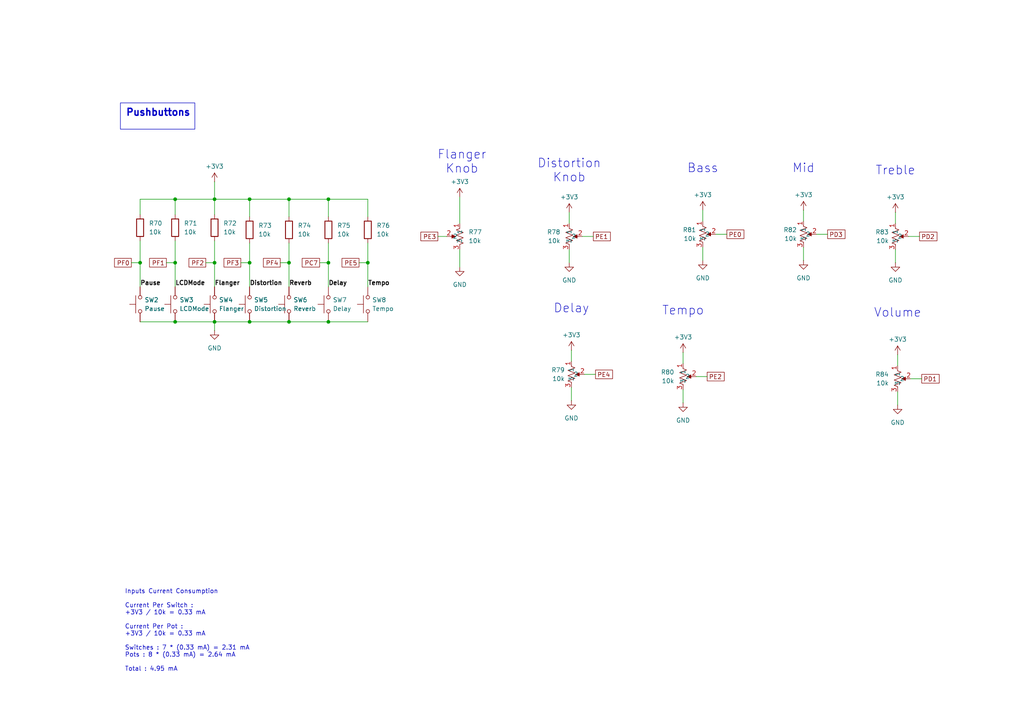
<source format=kicad_sch>
(kicad_sch (version 20250114) (generator "eeschema") (generator_version "9.0")
  (paper "A4")
  (title_block (title "ECE 445L Lab7") (date "2025-10-31") (rev "v1.0.0") (company "The University of Texas at Austin") (comment 1 "Drawn By Ashton Knecht - atk836"))
  (lib_symbols
    (symbol "Device:R" (pin_numbers (hide yes)) (pin_names (offset 0))
      (property "Reference" "R" (at 2.032 0 90))
      (property "Value" "R" (at 0 0 90))
      (symbol "R_0_1"
        (rectangle (start -1.016 -2.54) (end 1.016 2.54) (stroke (width 0.254)))
      )
      (symbol "R_1_1"
        (pin passive line (at 0 3.81 270) (length 1.27) (name "~") (number "1"))
        (pin passive line (at 0 -3.81 90) (length 1.27) (name "~") (number "2"))
      )
    )
    (symbol "ECE445L:Potentiometer"
      (property "Reference" "R" (at 0 0 0))
      (property "Value" "10k" (at 0 0 0))
      (symbol "Potentiometer_0_1"
        (polyline (pts (xy 1.905 2.54) (xy 1.905 2.286)))
        (polyline (pts (xy 1.905 2.286) (xy 2.921 1.905) (xy 1.905 1.524) (xy 0.889 1.143) (xy 1.905 0.762)))
        (polyline (pts (xy 1.905 0.762) (xy 2.921 0.381) (xy 1.905 0) (xy 0.889 -0.381) (xy 1.905 -0.762)))
        (polyline (pts (xy 1.905 -0.762) (xy 2.921 -1.143) (xy 1.905 -1.524) (xy 0.889 -1.905) (xy 1.905 -2.286)))
        (polyline (pts (xy 1.905 -2.286) (xy 1.905 -2.54)))
        (polyline (pts (xy 3.048 0) (xy 4.191 0.508) (xy 4.191 -0.508) (xy 3.048 0)) (fill (type outline)))
        (polyline (pts (xy 4.445 0) (xy 3.429 0)))
      )
      (symbol "Potentiometer_1_1"
        (pin passive line (at 1.905 3.81 270) (length 1.27) (name "1") (number "1"))
        (pin passive line (at 1.905 -3.81 90) (length 1.27) (name "3") (number "3"))
        (pin passive line (at 5.715 0 180) (length 1.27) (name "2") (number "2"))
      )
    )
    (symbol "ECE445L:SW_Push" (pin_numbers (hide yes)) (pin_names (offset 1.016) (hide yes))
      (property "Reference" "SW101" (at 1.27 -1.27 90))
      (property "Value" "UP" (at -1.27 -1.27 90))
      (symbol "SW_Push_0_1"
        (circle (center -2.032 0) (radius 0.508))
        (polyline (pts (xy 0 1.27) (xy 0 3.048)))
        (circle (center 2.032 0) (radius 0.508))
        (polyline (pts (xy 2.54 1.27) (xy -2.54 1.27)))
        (pin passive line (at -5.08 0 0) (length 2.54) (name "1") (number "1"))
        (pin passive line (at 5.08 0 180) (length 2.54) (name "2") (number "2"))
      )
    )
    (symbol "power:+3V3" (power) (pin_numbers (hide yes)) (pin_names (offset 0) (hide yes))
      (property "Value" "+3V3" (at 0 3.556 0))
      (symbol "+3V3_0_1"
        (polyline (pts (xy -0.762 1.27) (xy 0 2.54)))
        (polyline (pts (xy 0 2.54) (xy 0.762 1.27)))
        (polyline (pts (xy 0 0) (xy 0 2.54)))
      )
      (symbol "+3V3_1_1"
        (pin power_in line (at 0 0 90) (length 0) (name "~") (number "1"))
      )
    )
    (symbol "power:GND" (power) (pin_numbers (hide yes)) (pin_names (offset 0) (hide yes))
      (property "Value" "GND" (at 0 -3.81 0))
      (symbol "GND_0_1"
        (polyline (pts (xy 0 0) (xy 0 -1.27) (xy 1.27 -1.27) (xy 0 -2.54) (xy -1.27 -1.27) (xy 0 -1.27)))
      )
      (symbol "GND_1_1"
        (pin power_in line (at 0 0 270) (length 0) (name "~") (number "1"))
      )
    )
  )
  (text "Inputs Current Consumption\n\nCurrent Per Switch :\n+3V3 / 10k = 0.33 mA\n\nCurrent Per Pot :\n+3V3 / 10k = 0.33 mA\n\nSwitches : 7 * (0.33 mA) = 2.31 mA\nPots : 8 * (0.33 mA) = 2.64 mA\n\nTotal : 4.95 mA" (at 36.195 182.88 0) (effects (font (size 1.27 1.27)) (justify left)))
  (text "Mid" (at 233.045 48.895 0) (effects (font (size 2.54 2.54))))
  (text "Distortion\nKnob" (at 165.1 49.53 0) (effects (font (size 2.54 2.54))))
  (text "Tempo" (at 198.12 90.17 0) (effects (font (size 2.54 2.54))))
  (text "Volume" (at 260.35 90.805 0) (effects (font (size 2.54 2.54))))
  (text "Treble" (at 259.715 49.53 0) (effects (font (size 2.54 2.54))))
  (text "Flanger\nKnob" (at 133.985 46.99 0) (effects (font (size 2.54 2.54))))
  (text "Delay" (at 165.735 89.535 0) (effects (font (size 2.54 2.54))))
  (text "Bass" (at 203.835 48.895 0) (effects (font (size 2.54 2.54))))
  (text_box "Pushbuttons" (at 34.925 29.845 0) (size 21.59 7.62) (margins 1.5 1.5 1.5 1.5) (effects (font (size 2 2) (thickness 0.4) (bold yes)) (justify left top)))
  (junction (at 95.25 76.2))
  (junction (at 83.82 93.345))
  (junction (at 50.8 93.345))
  (junction (at 40.64 76.2))
  (junction (at 72.39 93.345))
  (junction (at 83.82 76.2))
  (junction (at 72.39 76.2))
  (junction (at 83.82 57.785))
  (junction (at 50.8 76.2))
  (junction (at 62.23 93.345))
  (junction (at 106.68 76.2))
  (junction (at 62.23 76.2))
  (junction (at 95.25 93.345))
  (junction (at 72.39 57.785))
  (junction (at 62.23 57.785))
  (junction (at 95.25 57.785))
  (junction (at 50.8 57.785))
  (wire (pts (xy 83.82 93.345) (xy 95.25 93.345)))
  (wire (pts (xy 38.1 76.2) (xy 40.64 76.2)))
  (wire (pts (xy 50.8 57.785) (xy 50.8 62.23)))
  (wire (pts (xy 260.35 102.87) (xy 260.35 106.045)))
  (wire (pts (xy 165.735 112.395) (xy 165.735 116.205)))
  (wire (pts (xy 263.525 68.58) (xy 266.7 68.58)))
  (wire (pts (xy 106.68 57.785) (xy 95.25 57.785)))
  (wire (pts (xy 92.71 76.2) (xy 95.25 76.2)))
  (wire (pts (xy 62.23 57.785) (xy 72.39 57.785)))
  (wire (pts (xy 264.16 109.855) (xy 267.335 109.855)))
  (wire (pts (xy 165.1 72.39) (xy 165.1 76.2)))
  (wire (pts (xy 133.35 72.39) (xy 133.35 77.47)))
  (wire (pts (xy 259.715 72.39) (xy 259.715 76.2)))
  (wire (pts (xy 72.39 76.2) (xy 72.39 83.185)))
  (wire (pts (xy 62.23 52.705) (xy 62.23 57.785)))
  (wire (pts (xy 50.8 69.85) (xy 50.8 76.2)))
  (wire (pts (xy 83.82 76.2) (xy 83.82 83.185)))
  (wire (pts (xy 50.8 76.2) (xy 50.8 83.185)))
  (wire (pts (xy 168.91 68.58) (xy 172.085 68.58)))
  (wire (pts (xy 62.23 57.785) (xy 62.23 62.23)))
  (wire (pts (xy 72.39 70.485) (xy 72.39 76.2)))
  (wire (pts (xy 203.835 60.96) (xy 203.835 64.135)))
  (wire (pts (xy 236.855 67.945) (xy 240.03 67.945)))
  (wire (pts (xy 133.35 57.15) (xy 133.35 64.77)))
  (wire (pts (xy 95.25 57.785) (xy 83.82 57.785)))
  (wire (pts (xy 198.12 113.03) (xy 198.12 116.84)))
  (wire (pts (xy 95.25 76.2) (xy 95.25 83.185)))
  (wire (pts (xy 62.23 76.2) (xy 62.23 83.185)))
  (wire (pts (xy 203.835 71.755) (xy 203.835 75.565)))
  (wire (pts (xy 62.23 93.345) (xy 62.23 95.885)))
  (wire (pts (xy 207.645 67.945) (xy 210.82 67.945)))
  (wire (pts (xy 201.93 109.22) (xy 205.105 109.22)))
  (wire (pts (xy 40.64 76.2) (xy 40.64 83.185)))
  (wire (pts (xy 72.39 57.785) (xy 72.39 62.865)))
  (wire (pts (xy 59.69 76.2) (xy 62.23 76.2)))
  (wire (pts (xy 127 68.58) (xy 129.54 68.58)))
  (wire (pts (xy 165.735 101.6) (xy 165.735 104.775)))
  (wire (pts (xy 233.045 60.96) (xy 233.045 64.135)))
  (wire (pts (xy 62.23 93.345) (xy 72.39 93.345)))
  (wire (pts (xy 40.64 69.85) (xy 40.64 76.2)))
  (wire (pts (xy 233.045 71.755) (xy 233.045 75.565)))
  (wire (pts (xy 83.82 70.485) (xy 83.82 76.2)))
  (wire (pts (xy 259.715 61.595) (xy 259.715 64.77)))
  (wire (pts (xy 106.68 76.2) (xy 106.68 83.185)))
  (wire (pts (xy 81.28 76.2) (xy 83.82 76.2)))
  (wire (pts (xy 83.82 57.785) (xy 83.82 62.865)))
  (wire (pts (xy 260.35 113.665) (xy 260.35 117.475)))
  (wire (pts (xy 72.39 93.345) (xy 83.82 93.345)))
  (wire (pts (xy 95.25 93.345) (xy 106.68 93.345)))
  (wire (pts (xy 48.26 76.2) (xy 50.8 76.2)))
  (wire (pts (xy 95.25 70.485) (xy 95.25 76.2)))
  (wire (pts (xy 62.23 69.85) (xy 62.23 76.2)))
  (wire (pts (xy 106.68 62.865) (xy 106.68 57.785)))
  (wire (pts (xy 104.14 76.2) (xy 106.68 76.2)))
  (wire (pts (xy 69.85 76.2) (xy 72.39 76.2)))
  (wire (pts (xy 198.12 102.235) (xy 198.12 105.41)))
  (wire (pts (xy 50.8 57.785) (xy 62.23 57.785)))
  (wire (pts (xy 106.68 70.485) (xy 106.68 76.2)))
  (wire (pts (xy 40.64 57.785) (xy 50.8 57.785)))
  (wire (pts (xy 169.545 108.585) (xy 172.72 108.585)))
  (wire (pts (xy 40.64 62.23) (xy 40.64 57.785)))
  (wire (pts (xy 40.64 93.345) (xy 50.8 93.345)))
  (wire (pts (xy 72.39 57.785) (xy 83.82 57.785)))
  (wire (pts (xy 50.8 93.345) (xy 62.23 93.345)))
  (wire (pts (xy 95.25 62.865) (xy 95.25 57.785)))
  (wire (pts (xy 165.1 61.595) (xy 165.1 64.77)))
  (label "Tempo" (at 106.68 83.185 0) (effects (font (bold yes))))
  (label "Distortion" (at 72.39 83.185 0) (effects (font (bold yes))))
  (label "Reverb" (at 83.82 83.185 0) (effects (font (bold yes))))
  (label "LCDMode" (at 50.8 83.185 0) (effects (font (bold yes))))
  (label "Flanger" (at 62.23 83.185 0) (effects (font (bold yes))))
  (label "Pause" (at 40.64 83.185 0) (effects (font (bold yes))))
  (label "Delay" (at 95.25 83.185 0) (effects (font (bold yes))))
  (global_label "PE2" (shape passive) (at 205.105 109.22 0) (property "Intersheetrefs" "${INTERSHEET_REFS}" (effects (hide yes))))
  (global_label "PF2" (shape passive) (at 59.69 76.2 180) (property "Intersheetrefs" "${INTERSHEET_REFS}" (effects (hide yes))))
  (global_label "PE5" (shape passive) (at 104.14 76.2 180) (property "Intersheetrefs" "${INTERSHEET_REFS}" (effects (hide yes))))
  (global_label "PC7" (shape passive) (at 92.71 76.2 180) (property "Intersheetrefs" "${INTERSHEET_REFS}" (effects (hide yes))))
  (global_label "PF1" (shape passive) (at 48.26 76.2 180) (property "Intersheetrefs" "${INTERSHEET_REFS}" (effects (hide yes))))
  (global_label "PD2" (shape passive) (at 266.7 68.58 0) (property "Intersheetrefs" "${INTERSHEET_REFS}" (effects (hide yes))))
  (global_label "PD1" (shape passive) (at 267.335 109.855 0) (property "Intersheetrefs" "${INTERSHEET_REFS}" (effects (hide yes))))
  (global_label "PF0" (shape passive) (at 38.1 76.2 180) (property "Intersheetrefs" "${INTERSHEET_REFS}" (effects (hide yes))))
  (global_label "PF4" (shape passive) (at 81.28 76.2 180) (property "Intersheetrefs" "${INTERSHEET_REFS}" (effects (hide yes))))
  (global_label "PE0" (shape passive) (at 210.82 67.945 0) (property "Intersheetrefs" "${INTERSHEET_REFS}" (effects (hide yes))))
  (global_label "PD3" (shape passive) (at 240.03 67.945 0) (property "Intersheetrefs" "${INTERSHEET_REFS}" (effects (hide yes))))
  (global_label "PF3" (shape passive) (at 69.85 76.2 180) (property "Intersheetrefs" "${INTERSHEET_REFS}" (effects (hide yes))))
  (global_label "PE3" (shape passive) (at 127 68.58 180) (property "Intersheetrefs" "${INTERSHEET_REFS}" (effects (hide yes))))
  (global_label "PE1" (shape passive) (at 172.085 68.58 0) (property "Intersheetrefs" "${INTERSHEET_REFS}" (effects (hide yes))))
  (global_label "PE4" (shape passive) (at 172.72 108.585 0) (property "Intersheetrefs" "${INTERSHEET_REFS}" (effects (hide yes))))
  (symbol (lib_id "ECE445L:SW_Push") (at 83.82 88.265 90) (unit 1)
    (property "Reference" "SW6" (at 85.09 86.9949 90) (effects (justify right)))
    (property "Value" "Reverb" (at 85.09 89.5349 90) (effects (justify right)))
    (property "Footprint" "ECE445L:SW_PUSH_6mm" (effects (hide yes)))
    (property "Description" "Push button switch, generic, two pins" (effects (hide yes)))
  )
  (symbol (lib_id "ECE445L:SW_Push") (at 62.23 88.265 90) (unit 1)
    (property "Reference" "SW4" (at 63.5 86.9949 90) (effects (justify right)))
    (property "Value" "Flanger" (at 63.5 89.5349 90) (effects (justify right)))
    (property "Footprint" "ECE445L:SW_PUSH_6mm" (effects (hide yes)))
    (property "Description" "Push button switch, generic, two pins" (effects (hide yes)))
  )
  (symbol (lib_id "power:+3V3") (at 198.12 102.235 0) (unit 1)
    (property "Reference" "#PWR093" (effects (hide yes)))
    (property "Value" "+3V3" (at 198.12 97.79 0))
    (property "Description" "Power symbol creates a global label with name \"+3V3\"" (effects (hide yes)))
  )
  (symbol (lib_id "power:GND") (at 198.12 116.84 0) (unit 1)
    (property "Reference" "#PWR094" (effects (hide yes)))
    (property "Value" "GND" (at 198.12 121.92 0))
    (property "Description" "Power symbol creates a global label with name \"GND\" , ground" (effects (hide yes)))
  )
  (symbol (lib_id "power:GND") (at 233.045 75.565 0) (unit 1)
    (property "Reference" "#PWR098" (effects (hide yes)))
    (property "Value" "GND" (at 233.045 80.645 0))
    (property "Description" "Power symbol creates a global label with name \"GND\" , ground" (effects (hide yes)))
  )
  (symbol (lib_id "ECE445L:Potentiometer") (at 258.445 109.855 0) (unit 1)
    (property "Reference" "R84" (at 257.81 108.5849 0) (effects (justify right)))
    (property "Value" "10k" (at 257.81 111.1249 0) (effects (justify right)))
    (property "Footprint" "ECE445L:P120PK-Y25BR10K" (effects (hide yes)))
  )
  (symbol (lib_id "power:+3V3") (at 233.045 60.96 0) (unit 1)
    (property "Reference" "#PWR097" (effects (hide yes)))
    (property "Value" "+3V3" (at 233.045 56.515 0))
    (property "Description" "Power symbol creates a global label with name \"+3V3\"" (effects (hide yes)))
  )
  (symbol (lib_id "ECE445L:Potentiometer") (at 201.93 67.945 0) (unit 1)
    (property "Reference" "R81" (at 201.93 66.6749 0) (effects (justify right)))
    (property "Value" "10k" (at 201.93 69.2149 0) (effects (justify right)))
    (property "Footprint" "ECE445L:P120PK-Y25BR10K" (effects (hide yes)))
  )
  (symbol (lib_id "Device:R") (at 50.8 66.04 0) (unit 1)
    (property "Reference" "R71" (at 53.34 64.7699 0) (effects (justify left)))
    (property "Value" "10k" (at 53.34 67.3099 0) (effects (justify left)))
    (property "Footprint" "Resistor_SMD:R_0603_1608Metric_Pad0.98x0.95mm_HandSolder" (effects (hide yes)))
    (property "Description" "Resistor" (effects (hide yes)))
  )
  (symbol (lib_id "power:GND") (at 62.23 95.885 0) (unit 1)
    (property "Reference" "#PWR086" (effects (hide yes)))
    (property "Value" "GND" (at 62.23 100.965 0))
    (property "Description" "Power symbol creates a global label with name \"GND\" , ground" (effects (hide yes)))
  )
  (symbol (lib_id "Device:R") (at 95.25 66.675 0) (unit 1)
    (property "Reference" "R75" (at 97.79 65.4049 0) (effects (justify left)))
    (property "Value" "10k" (at 97.79 67.9449 0) (effects (justify left)))
    (property "Footprint" "Resistor_SMD:R_0603_1608Metric_Pad0.98x0.95mm_HandSolder" (effects (hide yes)))
    (property "Description" "Resistor" (effects (hide yes)))
  )
  (symbol (lib_id "power:+3V3") (at 133.35 57.15 0) (unit 1)
    (property "Reference" "#PWR087" (effects (hide yes)))
    (property "Value" "+3V3" (at 133.35 52.705 0))
    (property "Description" "Power symbol creates a global label with name \"+3V3\"" (effects (hide yes)))
  )
  (symbol (lib_id "power:+3V3") (at 260.35 102.87 0) (unit 1)
    (property "Reference" "#PWR0101" (effects (hide yes)))
    (property "Value" "+3V3" (at 260.35 98.425 0))
    (property "Description" "Power symbol creates a global label with name \"+3V3\"" (effects (hide yes)))
  )
  (symbol (lib_id "power:+3V3") (at 165.735 101.6 0) (unit 1)
    (property "Reference" "#PWR091" (effects (hide yes)))
    (property "Value" "+3V3" (at 165.735 97.155 0))
    (property "Description" "Power symbol creates a global label with name \"+3V3\"" (effects (hide yes)))
  )
  (symbol (lib_id "power:GND") (at 165.735 116.205 0) (unit 1)
    (property "Reference" "#PWR092" (effects (hide yes)))
    (property "Value" "GND" (at 165.735 121.285 0))
    (property "Description" "Power symbol creates a global label with name \"GND\" , ground" (effects (hide yes)))
  )
  (symbol (lib_id "power:+3V3") (at 203.835 60.96 0) (unit 1)
    (property "Reference" "#PWR095" (effects (hide yes)))
    (property "Value" "+3V3" (at 203.835 56.515 0))
    (property "Description" "Power symbol creates a global label with name \"+3V3\"" (effects (hide yes)))
  )
  (symbol (lib_id "ECE445L:SW_Push") (at 72.39 88.265 90) (unit 1)
    (property "Reference" "SW5" (at 73.66 86.9949 90) (effects (justify right)))
    (property "Value" "Distortion" (at 73.66 89.5349 90) (effects (justify right)))
    (property "Footprint" "ECE445L:SW_PUSH_6mm" (effects (hide yes)))
    (property "Description" "Push button switch, generic, two pins" (effects (hide yes)))
  )
  (symbol (lib_id "ECE445L:Potentiometer") (at 135.255 68.58 0) (mirror y) (unit 1)
    (property "Reference" "R77" (at 135.89 67.3099 0) (effects (justify right)))
    (property "Value" "10k" (at 135.89 69.8499 0) (effects (justify right)))
    (property "Footprint" "ECE445L:P120PK-Y25BR10K" (effects (hide yes)))
  )
  (symbol (lib_id "ECE445L:SW_Push") (at 50.8 88.265 90) (unit 1)
    (property "Reference" "SW3" (at 52.07 86.9949 90) (effects (justify right)))
    (property "Value" "LCDMode" (at 52.07 89.5349 90) (effects (justify right)))
    (property "Footprint" "ECE445L:SW_PUSH_6mm" (effects (hide yes)))
    (property "Description" "Push button switch, generic, two pins" (effects (hide yes)))
  )
  (symbol (lib_id "ECE445L:Potentiometer") (at 196.215 109.22 0) (unit 1)
    (property "Reference" "R80" (at 195.58 107.95 0) (effects (justify right)))
    (property "Value" "10k" (at 195.58 110.4899 0) (effects (justify right)))
    (property "Footprint" "ECE445L:P120PK-Y25BR10K" (effects (hide yes)))
  )
  (symbol (lib_id "power:GND") (at 133.35 77.47 0) (unit 1)
    (property "Reference" "#PWR088" (effects (hide yes)))
    (property "Value" "GND" (at 133.35 82.55 0))
    (property "Description" "Power symbol creates a global label with name \"GND\" , ground" (effects (hide yes)))
  )
  (symbol (lib_id "ECE445L:Potentiometer") (at 231.14 67.945 0) (unit 1)
    (property "Reference" "R82" (at 231.14 66.6749 0) (effects (justify right)))
    (property "Value" "10k" (at 231.14 69.2149 0) (effects (justify right)))
    (property "Footprint" "ECE445L:P120PK-Y25BR10K" (effects (hide yes)))
  )
  (symbol (lib_id "power:+3V3") (at 62.23 52.705 0) (unit 1)
    (property "Reference" "#PWR085" (effects (hide yes)))
    (property "Value" "+3V3" (at 62.23 48.26 0))
    (property "Description" "Power symbol creates a global label with name \"+3V3\"" (effects (hide yes)))
  )
  (symbol (lib_id "ECE445L:Potentiometer") (at 257.81 68.58 0) (unit 1)
    (property "Reference" "R83" (at 257.81 67.3099 0) (effects (justify right)))
    (property "Value" "10k" (at 257.81 69.8499 0) (effects (justify right)))
    (property "Footprint" "ECE445L:P120PK-Y25BR10K" (effects (hide yes)))
  )
  (symbol (lib_id "power:+3V3") (at 165.1 61.595 0) (unit 1)
    (property "Reference" "#PWR089" (effects (hide yes)))
    (property "Value" "+3V3" (at 165.1 57.15 0))
    (property "Description" "Power symbol creates a global label with name \"+3V3\"" (effects (hide yes)))
  )
  (symbol (lib_id "ECE445L:SW_Push") (at 40.64 88.265 90) (unit 1)
    (property "Reference" "SW2" (at 41.91 86.9949 90) (effects (justify right)))
    (property "Value" "Pause" (at 41.91 89.5349 90) (effects (justify right)))
    (property "Footprint" "ECE445L:SW_PUSH_6mm" (effects (hide yes)))
    (property "Description" "Push button switch, generic, two pins" (effects (hide yes)))
  )
  (symbol (lib_id "ECE445L:Potentiometer") (at 163.83 108.585 0) (unit 1)
    (property "Reference" "R79" (at 163.83 107.3149 0) (effects (justify right)))
    (property "Value" "10k" (at 163.83 109.8549 0) (effects (justify right)))
    (property "Footprint" "ECE445L:P120PK-Y25BR10K" (effects (hide yes)))
  )
  (symbol (lib_id "ECE445L:Potentiometer") (at 163.195 68.58 0) (unit 1)
    (property "Reference" "R78" (at 162.56 67.3099 0) (effects (justify right)))
    (property "Value" "10k" (at 162.56 69.8499 0) (effects (justify right)))
    (property "Footprint" "ECE445L:P120PK-Y25BR10K" (effects (hide yes)))
  )
  (symbol (lib_id "Device:R") (at 106.68 66.675 0) (unit 1)
    (property "Reference" "R76" (at 109.22 65.4049 0) (effects (justify left)))
    (property "Value" "10k" (at 109.22 67.9449 0) (effects (justify left)))
    (property "Footprint" "Resistor_SMD:R_0603_1608Metric_Pad0.98x0.95mm_HandSolder" (effects (hide yes)))
    (property "Description" "Resistor" (effects (hide yes)))
  )
  (symbol (lib_id "power:GND") (at 260.35 117.475 0) (unit 1)
    (property "Reference" "#PWR0102" (effects (hide yes)))
    (property "Value" "GND" (at 260.35 122.555 0))
    (property "Description" "Power symbol creates a global label with name \"GND\" , ground" (effects (hide yes)))
  )
  (symbol (lib_id "power:GND") (at 259.715 76.2 0) (unit 1)
    (property "Reference" "#PWR0100" (effects (hide yes)))
    (property "Value" "GND" (at 259.715 81.28 0))
    (property "Description" "Power symbol creates a global label with name \"GND\" , ground" (effects (hide yes)))
  )
  (symbol (lib_id "Device:R") (at 62.23 66.04 0) (unit 1)
    (property "Reference" "R72" (at 64.77 64.7699 0) (effects (justify left)))
    (property "Value" "10k" (at 64.77 67.3099 0) (effects (justify left)))
    (property "Footprint" "Resistor_SMD:R_0603_1608Metric_Pad0.98x0.95mm_HandSolder" (effects (hide yes)))
    (property "Description" "Resistor" (effects (hide yes)))
  )
  (symbol (lib_id "ECE445L:SW_Push") (at 95.25 88.265 90) (unit 1)
    (property "Reference" "SW7" (at 96.52 86.9949 90) (effects (justify right)))
    (property "Value" "Delay" (at 96.52 89.5349 90) (effects (justify right)))
    (property "Footprint" "ECE445L:SW_PUSH_6mm" (effects (hide yes)))
    (property "Description" "Push button switch, generic, two pins" (effects (hide yes)))
  )
  (symbol (lib_id "Device:R") (at 40.64 66.04 0) (unit 1)
    (property "Reference" "R70" (at 43.18 64.7699 0) (effects (justify left)))
    (property "Value" "10k" (at 43.18 67.3099 0) (effects (justify left)))
    (property "Footprint" "Resistor_SMD:R_0603_1608Metric_Pad0.98x0.95mm_HandSolder" (effects (hide yes)))
    (property "Description" "Resistor" (effects (hide yes)))
  )
  (symbol (lib_id "ECE445L:SW_Push") (at 106.68 88.265 90) (unit 1)
    (property "Reference" "SW8" (at 107.95 86.9949 90) (effects (justify right)))
    (property "Value" "Tempo" (at 107.95 89.5349 90) (effects (justify right)))
    (property "Footprint" "ECE445L:SW_PUSH_6mm" (effects (hide yes)))
    (property "Description" "Push button switch, generic, two pins" (effects (hide yes)))
  )
  (symbol (lib_id "power:+3V3") (at 259.715 61.595 0) (unit 1)
    (property "Reference" "#PWR099" (effects (hide yes)))
    (property "Value" "+3V3" (at 259.715 57.15 0))
    (property "Description" "Power symbol creates a global label with name \"+3V3\"" (effects (hide yes)))
  )
  (symbol (lib_id "power:GND") (at 203.835 75.565 0) (unit 1)
    (property "Reference" "#PWR096" (effects (hide yes)))
    (property "Value" "GND" (at 203.835 80.645 0))
    (property "Description" "Power symbol creates a global label with name \"GND\" , ground" (effects (hide yes)))
  )
  (symbol (lib_id "power:GND") (at 165.1 76.2 0) (unit 1)
    (property "Reference" "#PWR090" (effects (hide yes)))
    (property "Value" "GND" (at 165.1 81.28 0))
    (property "Description" "Power symbol creates a global label with name \"GND\" , ground" (effects (hide yes)))
  )
  (symbol (lib_id "Device:R") (at 83.82 66.675 0) (unit 1)
    (property "Reference" "R74" (at 86.36 65.4049 0) (effects (justify left)))
    (property "Value" "10k" (at 86.36 67.9449 0) (effects (justify left)))
    (property "Footprint" "Resistor_SMD:R_0603_1608Metric_Pad0.98x0.95mm_HandSolder" (effects (hide yes)))
    (property "Description" "Resistor" (effects (hide yes)))
  )
  (symbol (lib_id "Device:R") (at 72.39 66.675 0) (unit 1)
    (property "Reference" "R73" (at 74.93 65.4049 0) (effects (justify left)))
    (property "Value" "10k" (at 74.93 67.9449 0) (effects (justify left)))
    (property "Footprint" "Resistor_SMD:R_0603_1608Metric_Pad0.98x0.95mm_HandSolder" (effects (hide yes)))
    (property "Description" "Resistor" (effects (hide yes)))
  )
)
</source>
